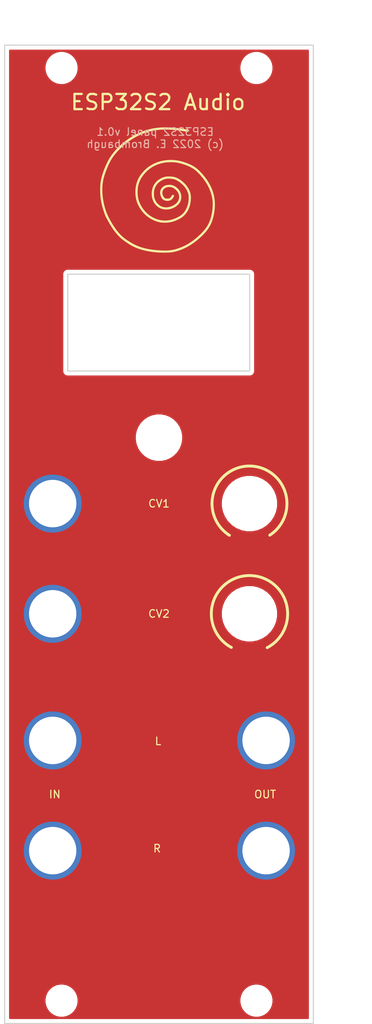
<source format=kicad_pcb>
(kicad_pcb (version 20211014) (generator pcbnew)
  (layers (0 "F.Cu" signal) (31 "B.Cu" signal) (34 "B.Paste" user) (35 "F.Paste" user) (36 "B.SilkS" user "B.Silkscreen") (37 "F.SilkS" user "F.Silkscreen") (38 "B.Mask" user) (39 "F.Mask" user) (44 "Edge.Cuts" user))
  (net 0 "")
  (net 1 "GND")
  (footprint "footprints:Mount_Hole_Thonk" (layer "F.Cu") (at 106.6546 131.4704)
    (fp_text reference "H6" (at 0 0.5) (layer "F.SilkS"))
    (fp_text value "MountingHole_Pad")
    (pad "1" thru_hole circle locked (at 0 0) (size 7.62 7.62) (drill 6.233) (layers *.Cu *.Mask) (net 1 "GND"))
  )
  (footprint "footprints:Mount_Hole_Thonk" (layer "F.Cu") (at 134.747 131.4704)
    (fp_text reference "H14" (at 0 0.5) (layer "F.SilkS"))
    (fp_text value "MountingHole_Pad")
    (pad "1" thru_hole circle locked (at 0 0) (size 7.62 7.62) (drill 6.233) (layers *.Cu *.Mask) (net 1 "GND"))
  )
  (footprint "footprints:Mount_Hole_Thonk" (layer "F.Cu") (at 134.747 145.9484)
    (fp_text reference "H15" (at 0 0.5) (layer "F.SilkS"))
    (fp_text value "MountingHole_Pad")
    (pad "1" thru_hole circle locked (at 0 0) (size 7.62 7.62) (drill 6.233) (layers *.Cu *.Mask) (net 1 "GND"))
  )
  (footprint "footprints:Mount_Hole_Thonk" (layer "F.Cu") (at 106.6546 100.3554)
    (fp_text reference "H18" (at 0 0.5) (layer "F.SilkS"))
    (fp_text value "MountingHole_Pad")
    (pad "1" thru_hole circle locked (at 0 0) (size 7.62 7.62) (drill 6.233) (layers *.Cu *.Mask) (net 1 "GND"))
  )
  (footprint "footprints:Mount_Hole_Thonk" (layer "F.Cu") (at 106.6546 114.8334)
    (fp_text reference "H19" (at 0 0.5) (layer "F.SilkS"))
    (fp_text value "MountingHole_Pad")
    (pad "1" thru_hole circle locked (at 0 0) (size 7.62 7.62) (drill 6.233) (layers *.Cu *.Mask) (net 1 "GND"))
  )
  (footprint "footprints:Mount_Hole_Thonk" (layer "F.Cu") (at 106.6546 145.9484)
    (fp_text reference "H7" (at 0 0.5) (layer "F.SilkS"))
    (fp_text value "MountingHole_Pad")
    (pad "1" thru_hole circle locked (at 0 0) (size 7.62 7.62) (drill 6.233) (layers *.Cu *.Mask) (net 1 "GND"))
  )
  (footprint "footprints:Mount_Hole_Euro_Rack" (layer "F.Cu") (at 107.823 43.1292)
    (fp_text reference "H1" (at 0 0.5) (layer "F.SilkS"))
    (fp_text value "MountingHole")
    (pad "" np_thru_hole circle locked (at 0 0) (size 3.2 3.2) (drill 3.2) (layers *.Cu *.Mask) (clearance 0.3))
  )
  (footprint "footprints:Mount_Hole_Euro_Rack" (layer "F.Cu") (at 107.823 165.6588)
    (fp_text reference "H8" (at 0 0.5) (layer "F.SilkS"))
    (fp_text value "MountingHole")
    (pad "" np_thru_hole circle locked (at 0 0) (size 3.2 3.2) (drill 3.2) (layers *.Cu *.Mask) (clearance 0.3))
  )
  (footprint "footprints:Mount_Hole_Euro_Rack" (layer "F.Cu") (at 133.477 165.6588)
    (fp_text reference "H4" (at 0 0.5) (layer "F.SilkS"))
    (fp_text value "MountingHole")
    (pad "" np_thru_hole circle locked (at 0 0) (size 3.2 3.2) (drill 3.2) (layers *.Cu *.Mask) (clearance 0.3))
  )
  (footprint "footprints:Mount_Hole_Euro_Rack" (layer "F.Cu") (at 133.477 43.1292)
    (fp_text reference "H5" (at 0 0.5) (layer "F.SilkS"))
    (fp_text value "MountingHole")
    (pad "" np_thru_hole circle locked (at 0 0) (size 3.2 3.2) (drill 3.2) (layers *.Cu *.Mask) (clearance 0.3))
  )
  (footprint "footprints:Mount_Hole_Song_Huei" (layer "F.Cu") (at 132.5626 100.3554)
    (fp_text reference "H2" (at 0 0.5) (layer "F.SilkS"))
    (fp_text value "MountingHole")
    (pad "" np_thru_hole circle locked (at 0 0) (size 6.2484 6.2484) (drill 6.2484) (layers *.Cu *.Mask) (clearance 0.3))
  )
  (footprint "footprints:Mount_Hole_Song_Huei" (layer "F.Cu") (at 132.5626 114.8334)
    (fp_text reference "H3" (at 0 0.5) (layer "F.SilkS"))
    (fp_text value "MountingHole")
    (pad "" np_thru_hole circle locked (at 0 0) (size 6.2484 6.2484) (drill 6.2484) (layers *.Cu *.Mask) (clearance 0.3))
  )
  (footprint "footprints:Mount_Hole_TL1105" (layer "F.Cu") (at 120.65 91.694)
    (fp_text reference "H9" (at 0 0.5) (layer "F.SilkS"))
    (fp_text value "MountingHole")
    (pad "" np_thru_hole circle locked (at 0 0) (size 5.08 5.08) (drill 5.08) (layers *.Cu *.Mask) (clearance 0.3))
  )
  (footprint "footprints:avatar" (layer "F.Cu") (at 120.65 57.912)
    (fp_text reference "Ref**" hide)
    (fp_text value "Val**" hide)
    (fp_poly (pts (xy 1.386381 -6.975417) (xy 1.97671 -6.936206) (xy 2.593709 -6.869012) (xy 3.239775 -6.774165) (xy 3.513667 -6.727352) (xy 3.633075 -6.706037) (xy 3.73694 -6.687274) (xy 3.818543 -6.672295) (xy 3.871166 -6.662332) (xy 3.888185 -6.658681) (xy 3.886397 -6.637112) (xy 3.876062 -6.580883) (xy 3.858454 -6.49651) (xy 3.842039 -6.42223) (xy 3.832086 -6.378043) (xy 3.561752 -6.42812) (xy 2.911862 -6.537546) (xy 2.292121 -6.61925) (xy 1.700695 -6.673246) (xy 1.135752 -6.699548) (xy 0.595458 -6.698171) (xy 0.07798 -6.669128) (xy -0.418514 -6.612435) (xy -0.895857 -6.528104) (xy -1.171446 -6.464843) (xy -1.701797 -6.311058) (xy -2.226876 -6.116898) (xy -2.743727 -5.884259) (xy -3.249394 -5.615037) (xy -3.740923 -5.311127) (xy -4.21536 -4.974424) (xy -4.669748 -4.606825) (xy -5.101133 -4.210224) (xy -5.50656 -3.786518) (xy -5.706232 -3.556) (xy -5.919818 -3.287335) (xy -6.117107 -3.010236) (xy -6.300908 -2.719515) (xy -6.474029 -2.409986) (xy -6.63928 -2.076463) (xy -6.799468 -1.713759) (xy -6.957403 -1.316688) (xy -7.040601 -1.092065) (xy -7.160209 -0.742618) (xy -7.256647 -0.415907) (xy -7.332282 -0.1009) (xy -7.389478 0.213432) (xy -7.430599 0.538119) (xy -7.455489 0.843088) (xy -7.467074 1.257508) (xy -7.451652 1.691036) (xy -7.410663 2.136833) (xy -7.345546 2.588058) (xy -7.257743 3.037872) (xy -7.148694 3.479435) (xy -7.019838 3.905908) (xy -6.872618 4.310451) (xy -6.708472 4.686224) (xy -6.602022 4.895845) (xy -6.379604 5.298865) (xy -6.166147 5.664489) (xy -5.959124 5.996068) (xy -5.756009 6.29695) (xy -5.554277 6.570486) (xy -5.3514 6.820026) (xy -5.144854 7.048918) (xy -4.932113 7.260513) (xy -4.710649 7.45816) (xy -4.602199 7.547697) (xy -4.489333 7.633945) (xy -4.34761 7.734959) (xy -4.1854 7.845357) (xy -4.011076 7.959755) (xy -3.833011 8.072768) (xy -3.659574 8.179013) (xy -3.499139 8.273105) (xy -3.360078 8.349662) (xy -3.334484 8.362951) (xy -2.985297 8.529489) (xy -2.626301 8.675444) (xy -2.253539 8.801712) (xy -1.863055 8.909195) (xy -1.450894 8.998789) (xy -1.0131 9.071395) (xy -0.545715 9.127911) (xy -0.044786 9.169235) (xy 0.297678 9.188238) (xy 0.648963 9.199587) (xy 0.967175 9.198962) (xy 1.260109 9.185435) (xy 1.535558 9.158073) (xy 1.801319 9.115947) (xy 2.065185 9.058127) (xy 2.33495 8.983681) (xy 2.529417 8.921864) (xy 3.01226 8.739791) (xy 3.484241 8.518587) (xy 3.946063 8.257791) (xy 4.398428 7.956947) (xy 4.842037 7.615593) (xy 5.277593 7.233272) (xy 5.61066 6.907887) (xy 5.874221 6.625098) (xy 6.101781 6.350178) (xy 6.297228 6.076818) (xy 6.464448 5.798708) (xy 6.60733 5.50954) (xy 6.729761 5.203005) (xy 6.808779 4.963584) (xy 6.89538 4.640841) (xy 6.965834 4.298661) (xy 7.019406 3.945566) (xy 7.055361 3.590078) (xy 7.072965 3.240717) (xy 7.071482 2.906004) (xy 7.050179 2.594461) (xy 7.027796 2.423584) (xy 6.933675 1.961466) (xy 6.798964 1.508205) (xy 6.623472 1.063431) (xy 6.407005 0.626775) (xy 6.149372 0.197867) (xy 5.85038 -0.223662) (xy 5.509836 -0.638181) (xy 5.329113 -0.837386) (xy 5.150325 -1.023313) (xy 4.98703 -1.18108) (xy 4.830967 -1.317568) (xy 4.673874 -1.439657) (xy 4.50749 -1.554228) (xy 4.352013 -1.651188) (xy 4.117595 -1.779033) (xy 3.849789 -1.90287) (xy 3.557527 -2.019723) (xy 3.249742 -2.12662) (xy 2.935367 -2.220584) (xy 2.623335 -2.298643) (xy 2.322577 -2.357822) (xy 2.155868 -2.382444) (xy 1.977113 -2.399221) (xy 1.770887 -2.408673) (xy 1.548643 -2.411038) (xy 1.321836 -2.406551) (xy 1.101918 -2.395449) (xy 0.900343 -2.37797) (xy 0.728565 -2.354349) (xy 0.719667 -2.352779) (xy 0.276481 -2.255307) (xy -0.138971 -2.126206) (xy -0.527792 -1.964841) (xy -0.891082 -1.770578) (xy -1.229942 -1.542782) (xy -1.545475 -1.280818) (xy -1.838781 -0.984053) (xy -2.013193 -0.778253) (xy -2.193969 -0.539483) (xy -2.343389 -0.312655) (xy -2.46671 -0.08846) (xy -2.56919 0.142412) (xy -2.634108 0.32126) (xy -2.689938 0.498543) (xy -2.732533 0.659423) (xy -2.76379 0.815452) (xy -2.785605 0.978182) (xy -2.799874 1.159164) (xy -2.808493 1.369949) (xy -2.808941 1.386417) (xy -2.811661 1.62558) (xy -2.805292 1.835262) (xy -2.788556 2.027588) (xy -2.760174 2.214685) (xy -2.718868 2.408677) (xy -2.688405 2.529433) (xy -2.658197 2.641159) (xy -2.631174 2.732076) (xy -2.60314 2.812927) (xy -2.569902 2.894452) (xy -2.527265 2.987393) (xy -2.471035 3.102493) (xy -2.441582 3.161576) (xy -2.241417 3.516785) (xy -2.010352 3.844827) (xy -1.750107 4.143992) (xy -1.462406 4.412571) (xy -1.148971 4.648854) (xy -0.811525 4.85113) (xy -0.665902 4.924183) (xy -0.307084 5.072934) (xy 0.053387 5.179413) (xy 0.415569 5.243618) (xy 0.779519 5.265549) (xy 1.145294 5.245203) (xy 1.512953 5.182579) (xy 1.882552 5.077677) (xy 2.254148 4.930494) (xy 2.417189 4.852894) (xy 2.668232 4.717544) (xy 2.880178 4.581744) (xy 3.056227 4.443288) (xy 3.165877 4.337184) (xy 3.366243 4.093097) (xy 3.537455 3.820953) (xy 3.678213 3.524576) (xy 3.787215 3.207787) (xy 3.863161 2.874412) (xy 3.904749 2.528273) (xy 3.910679 2.173193) (xy 3.909844 2.150999) (xy 3.898252 1.975525) (xy 3.87676 1.823542) (xy 3.841843 1.681592) (xy 3.789975 1.53622) (xy 3.717628 1.373969) (xy 3.692845 1.322917) (xy 3.568175 1.097581) (xy 3.421049 0.885705) (xy 3.244797 0.678431) (xy 3.08678 0.518065) (xy 2.818731 0.284434) (xy 2.5394 0.089121) (xy 2.25548 -0.065845) (xy 2.159186 -0.110374) (xy 2.078558 -0.142844) (xy 2.000534 -0.167044) (xy 1.912048 -0.186761) (xy 1.800039 -0.205781) (xy 1.742849 -0.214472) (xy 1.454467 -0.24631) (xy 1.192183 -0.250274) (xy 0.949021 -0.224919) (xy 0.718006 -0.168798) (xy 0.492165 -0.080465) (xy 0.264522 0.041525) (xy 0.146457 0.116518) (xy -0.065198 0.280075) (xy -0.245635 0.46893) (xy -0.39634 0.685235) (xy -0.5188 0.931141) (xy -0.614502 1.208801) (xy -0.618889 1.224568) (xy -0.636647 1.296441) (xy -0.649121 1.368229) (xy -0.657158 1.44966) (xy -0.661608 1.550462) (xy -0.663318 1.680364) (xy -0.663426 1.735667) (xy -0.6604 1.919719) (xy -0.649627 2.073299) (xy -0.628565 2.207948) (xy -0.594669 2.335204) (xy -0.545396 2.466609) (xy -0.478205 2.613703) (xy -0.463145 2.644494) (xy -0.407613 2.752023) (xy -0.356073 2.836903) (xy -0.298377 2.913221) (xy -0.224371 2.995061) (xy -0.171824 3.048753) (xy 0.0056 3.209358) (xy 0.18402 3.332669) (xy 0.37199 3.423046) (xy 0.578063 3.484849) (xy 0.740834 3.51388) (xy 0.974892 3.527008) (xy 1.216294 3.50565) (xy 1.458429 3.452591) (xy 1.694687 3.370614) (xy 1.918457 3.262506) (xy 2.123127 3.131051) (xy 2.302087 2.979034) (xy 2.448726 2.80924) (xy 2.463604 2.78814) (xy 2.564888 2.604248) (xy 2.628378 2.403101) (xy 2.652801 2.188854) (xy 2.653038 2.169584) (xy 2.636941 1.955519) (xy 2.585534 1.756281) (xy 2.496954 1.56767) (xy 2.36934 1.385485) (xy 2.244268 1.247904) (xy 2.058873 1.086745) (xy 1.865615 0.967107) (xy 1.663947 0.888813) (xy 1.453324 0.851687) (xy 1.233196 0.855553) (xy 1.094956 0.877767) (xy 0.906968 0.935824) (xy 0.748517 1.021803) (xy 0.62098 1.132015) (xy 0.525734 1.262774) (xy 0.464155 1.410391) (xy 0.437621 1.571178) (xy 0.447508 1.741448) (xy 0.495194 1.917514) (xy 0.582055 2.095687) (xy 0.618752 2.15314) (xy 0.692676 2.247313) (xy 0.771712 2.312937) (xy 0.864988 2.354232) (xy 0.98163 2.375415) (xy 1.11125 2.38077) (xy 1.213095 2.378807) (xy 1.285818 2.371236) (xy 1.34249 2.355875) (xy 1.389131 2.334358) (xy 1.480566 2.27007) (xy 1.567398 2.182105) (xy 1.638096 2.084027) (xy 1.680492 1.99159) (xy 1.700299 1.932891) (xy 1.720949 1.904916) (xy 1.753247 1.897243) (xy 1.777747 1.897793) (xy 1.849712 1.904468) (xy 1.919343 1.914892) (xy 1.967669 1.927182) (xy 1.98433 1.948097) (xy 1.979639 1.99175) (xy 1.978745 1.996183) (xy 1.962609 2.051042) (xy 1.934348 2.126309) (xy 1.904849 2.194999) (xy 1.813213 2.346058) (xy 1.691011 2.472208) (xy 1.543792 2.570627) (xy 1.377105 2.638492) (xy 1.196498 2.672983) (xy 1.007521 2.671276) (xy 0.976086 2.667343) (xy 0.792571 2.628097) (xy 0.637663 2.567299) (xy 0.51539 2.486769) (xy 0.465478 2.437039) (xy 0.34461 2.268492) (xy 0.250853 2.080639) (xy 0.186707 1.882078) (xy 0.154667 1.681403) (xy 0.157231 1.487211) (xy 0.168337 1.414127) (xy 0.216275 1.243146) (xy 0.291645 1.093073) (xy 0.400714 0.952361) (xy 0.442893 0.90829) (xy 0.588763 0.783058) (xy 0.747836 0.688802) (xy 0.925645 0.623519) (xy 1.127725 0.585207) (xy 1.359611 0.571862) (xy 1.372711 0.571813) (xy 1.487951 0.573103) (xy 1.57607 0.578782) (xy 1.652224 0.591041) (xy 1.731568 0.612071) (xy 1.797082 0.633171) (xy 2.034714 0.733452) (xy 2.251379 0.866128) (xy 2.443997 1.027302) (xy 2.609488 1.213075) (xy 2.744775 1.419548) (xy 2.846777 1.642822) (xy 2.912415 1.878999) (xy 2.936759 2.076154) (xy 2.933758 2.294272) (xy 2.898064 2.501602) (xy 2.827243 2.710021) (xy 2.789653 2.794) (xy 2.691914 2.958394) (xy 2.55835 3.120958) (xy 2.395324 3.276354) (xy 2.209198 3.419243) (xy 2.006335 3.544287) (xy 1.793098 3.646148) (xy 1.756838 3.660557) (xy 1.486508 3.744972) (xy 1.207744 3.794657) (xy 0.92794 3.80929) (xy 0.654486 3.788549) (xy 0.394776 3.732113) (xy 0.359834 3.721313) (xy 0.111777 3.620246) (xy -0.114519 3.485238) (xy -0.31752 3.319538) (xy -0.495688 3.126395) (xy -0.647488 2.909059) (xy -0.771384 2.670779) (xy -0.86584 2.414803) (xy -0.92932 2.144381) (xy -0.960287 1.862762) (xy -0.957206 1.573196) (xy -0.918541 1.278931) (xy -0.878014 1.102927) (xy -0.779993 0.811724) (xy -0.648937 0.546599) (xy -0.484468 0.30711) (xy -0.286206 0.092815) (xy -0.053774 -0.096729) (xy 0.213206 -0.261962) (xy 0.348781 -0.330429) (xy 0.571813 -0.421735) (xy 0.800758 -0.486006) (xy 1.041258 -0.523774) (xy 1.298953 -0.535571) (xy 1.579484 -0.521928) (xy 1.888492 -0.483379) (xy 1.919087 -0.478513) (xy 2.146092 -0.423163) (xy 2.381113 -0.331302) (xy 2.619387 -0.206776) (xy 2.856155 -0.053432) (xy 3.086656 0.124881) (xy 3.30613 0.324316) (xy 3.509817 0.541026) (xy 3.692955 0.771163) (xy 3.850784 1.01088) (xy 3.922763 1.14092) (xy 4.029829 1.368756) (xy 4.110327 1.589923) (xy 4.165409 1.812129) (xy 4.19623 2.043081) (xy 4.203942 2.290488) (xy 4.1897 2.562056) (xy 4.167011 2.772834) (xy 4.103093 3.133069) (xy 4.005438 3.474338) (xy 3.875372 3.794201) (xy 3.714217 4.090218) (xy 3.523296 4.35995) (xy 3.303932 4.600957) (xy 3.064344 4.805644) (xy 2.965036 4.873356) (xy 2.835812 4.951304) (xy 2.686243 5.034462) (xy 2.525899 5.117802) (xy 2.36435 5.196297) (xy 2.211165 5.264921) (xy 2.117095 5.303213) (xy 1.785175 5.413501) (xy 1.447695 5.489039) (xy 1.097343 5.531008) (xy 0.726806 5.540587) (xy 0.656167 5.538924) (xy 0.435138 5.528211) (xy 0.242591 5.509226) (xy 0.06509 5.479621) (xy -0.110801 5.437045) (xy -0.298517 5.379149) (xy -0.342023 5.364369) (xy -0.733419 5.207908) (xy -1.100978 5.016701) (xy -1.443661 4.791672) (xy -1.760431 4.533743) (xy -2.05025 4.243839) (xy -2.312078 3.922884) (xy -2.54488 3.571799) (xy -2.719799 3.249084) (xy -2.833278 2.998251) (xy -2.923556 2.751366) (xy -2.994057 2.496483) (xy -3.048207 2.221656) (xy -3.080826 1.989667) (xy -3.108322 1.599567) (xy -3.098178 1.206795) (xy -3.051348 0.817475) (xy -2.968785 0.43773) (xy -2.851445 0.073683) (xy -2.74229 -0.183046) (xy -2.614264 -0.42279) (xy -2.454704 -0.671887) (xy -2.27041 -0.921727) (xy -2.068182 -1.163698) (xy -1.854818 -1.38919) (xy -1.637119 -1.589592) (xy -1.620593 -1.60355) (xy -1.283454 -1.859141) (xy -0.921138 -2.082611) (xy -0.536921 -2.273181) (xy -0.134081 -2.430075) (xy 0.284106 -2.552516) (xy 0.714364 -2.639726) (xy 1.153416 -2.69093) (xy 1.597987 -2.705349) (xy 2.044798 -2.682207) (xy 2.490575 -2.620727) (xy 2.589025 -2.601809) (xy 2.943579 -2.519177) (xy 3.297974 -2.415669) (xy 3.645509 -2.294088) (xy 3.979485 -2.157238) (xy 4.293204 -2.007921) (xy 4.579964 -1.848942) (xy 4.833068 -1.683102) (xy 4.896114 -1.636489) (xy 5.083422 -1.48287) (xy 5.284838 -1.297151) (xy 5.494983 -1.084817) (xy 5.708481 -0.851349) (xy 5.919955 -0.602233) (xy 5.9661 -0.54534) (xy 6.285713 -0.119406) (xy 6.563412 0.311876) (xy 6.799367 0.74925) (xy 6.993746 1.193459) (xy 7.14672 1.645247) (xy 7.258456 2.105359) (xy 7.329124 2.574537) (xy 7.358893 3.053527) (xy 7.347932 3.543071) (xy 7.296409 4.043914) (xy 7.204495 4.556799) (xy 7.164865 4.73075) (xy 7.06677 5.091712) (xy 6.949811 5.429909) (xy 6.811129 5.749974) (xy 6.647869 6.056537) (xy 6.457172 6.354228) (xy 6.236182 6.647679) (xy 5.982041 6.941521) (xy 5.691892 7.240384) (xy 5.508098 7.415878) (xy 5.073951 7.79745) (xy 4.630164 8.142512) (xy 4.178356 8.450127) (xy 3.720149 8.719359) (xy 3.257165 8.949272) (xy 2.791023 9.138928) (xy 2.323347 9.287392) (xy 2.2225 9.313904) (xy 2.044022 9.357473) (xy 1.884327 9.392234) (xy 1.734586 9.419209) (xy 1.585971 9.439416) (xy 1.429651 9.453876) (xy 1.2568 9.463606) (xy 1.058588 9.469627) (xy 0.846667 9.472762) (xy 0.674179 9.473718) (xy 0.500448 9.473319) (xy 0.334378 9.471685) (xy 0.184872 9.468936) (xy 0.060835 9.465192) (xy -0.021166 9.461102) (xy -0.616506 9.408955) (xy -1.177228 9.334015) (xy -1.704602 9.235946) (xy -2.199896 9.114411) (xy -2.66438 8.969074) (xy -3.09932 8.7996) (xy -3.505988 8.605652) (xy -3.739172 8.476087) (xy -3.882451 8.389069) (xy -4.042704 8.28693) (xy -4.212048 8.175099) (xy -4.382599 8.059002) (xy -4.546474 7.944068) (xy -4.695789 7.835723) (xy -4.822662 7.739396) (xy -4.900083 7.676841) (xy -5.185082 7.418986) (xy -5.460801 7.132108) (xy -5.729532 6.813371) (xy -5.993567 6.459939) (xy -6.255198 6.068975) (xy -6.433937 5.7785) (xy -6.504733 5.657985) (xy -6.582359 5.522849) (xy -6.663632 5.378928) (xy -6.745368 5.232053) (xy -6.824385 5.088058) (xy -6.897501 4.952776) (xy -6.961533 4.832042) (xy -7.013298 4.731687) (xy -7.049614 4.657547) (xy -7.065315 4.621271) (xy -7.150689 4.388135) (xy -7.22265 4.186736) (xy -7.28361 4.009544) (xy -7.335977 3.84903) (xy -7.382163 3.697666) (xy -7.424575 3.547923) (xy -7.465625 3.39227) (xy -7.490974 3.291417) (xy -7.562195 2.989514) (xy -7.61919 2.712973) (xy -7.663249 2.451044) (xy -7.695661 2.192982) (xy -7.717717 1.928037) (xy -7.730706 1.645463) (xy -7.73592 1.334511) (xy -7.736161 1.248834) (xy -7.735117 1.009141) (xy -7.731278 0.80337) (xy -7.723896 0.623159) (xy -7.71222 0.460146) (xy -7.695501 0.305968) (xy -7.672989 0.152263) (xy -7.643935 -0.00933) (xy -7.607588 -0.187174) (xy -7.607282 -0.188607) (xy -7.53032 -0.503938) (xy -7.430006 -0.843085) (xy -7.309919 -1.197201) (xy -7.173636 -1.557436) (xy -7.024734 -1.914942) (xy -6.866792 -2.260873) (xy -6.703386 -2.586378) (xy -6.538094 -2.882611) (xy -6.477935 -2.981802) (xy -6.21007 -3.378651) (xy -5.903847 -3.770788) (xy -5.56323 -4.154422) (xy -5.192185 -4.52576) (xy -4.794677 -4.88101) (xy -4.374672 -5.216379) (xy -3.936133 -5.528075) (xy -3.577166 -5.756305) (xy -3.121756 -6.014965) (xy -2.663637 -6.242362) (xy -2.200413 -6.438823) (xy -1.729687 -6.604677) (xy -1.249064 -6.740251) (xy -0.756147 -6.845874) (xy -0.24854 -6.921874) (xy 0.276153 -6.968579) (xy 0.820328 -6.986317) (xy 1.386381 -6.975417)) (layer "F.SilkS") (width 0.01) (fill solid))
  )
  (gr_arc (start 130.175 119.253) (mid 132.595849 109.810215) (end 134.891485 119.284219) (layer "F.SilkS") (width 0.381))
  (gr_arc (start 129.921 104.521) (mid 132.543719 95.422863) (end 135.236013 104.500655) (layer "F.SilkS") (width 0.381))
  (gr_line (start 100.33 40.132) (end 100.33 168.656) (layer "Edge.Cuts") (width 0.15))
  (gr_line (start 108.6358 82.94) (end 132.588 82.94) (layer "Edge.Cuts") (width 0.15))
  (gr_line (start 108.6358 70.2216) (end 108.6358 82.94) (layer "Edge.Cuts") (width 0.15))
  (gr_line (start 132.588 70.2216) (end 132.588 82.94) (layer "Edge.Cuts") (width 0.15))
  (gr_line (start 140.97 40.132) (end 100.33 40.132) (layer "Edge.Cuts") (width 0.15))
  (gr_line (start 100.33 168.656) (end 140.97 168.656) (layer "Edge.Cuts") (width 0.15))
  (gr_line (start 108.6358 70.2216) (end 132.588 70.2216) (layer "Edge.Cuts") (width 0.15))
  (gr_line (start 140.97 168.656) (end 140.97 40.132) (layer "Edge.Cuts") (width 0.15))
  (gr_text "ESP32S2 panel v0.1\n(c) 2022 E. Brombaugh" (at 120.142 52.324) (layer "B.SilkS") (effects (font (size 1 1)) (justify mirror)))
  (gr_text "R" (at 120.396 145.669) (layer "F.SilkS") (effects (font (size 1 1))))
  (gr_text "OUT" (at 134.62 138.557) (layer "F.SilkS") (effects (font (size 1 1))))
  (gr_text "CV1" (at 120.65 100.3554) (layer "F.SilkS") (effects (font (size 1 1))))
  (gr_text "ESP32S2 Audio" (at 120.523 47.625) (layer "F.SilkS") (effects (font (size 2 2) (thickness 0.3))))
  (gr_text "IN" (at 106.934 138.557) (layer "F.SilkS") (effects (font (size 1 1))))
  (gr_text "L" (at 120.523 131.572) (layer "F.SilkS") (effects (font (size 1 1))))
  (gr_text "CV2" (at 120.65 114.8334) (layer "F.SilkS") (effects (font (size 1 1))))
  (zone (net 1) (net_name "GND") (layer "F.Cu") (connect_pads yes (clearance 0.508)) (min_thickness 0.254) (fill yes (thermal_gap 0.508) (thermal_bridge_width 0.508))
    (polygon (pts (xy 140.589 168.275) (xy 100.711 168.275) (xy 100.711 40.513) (xy 140.589 40.513)))
  )
)
</source>
